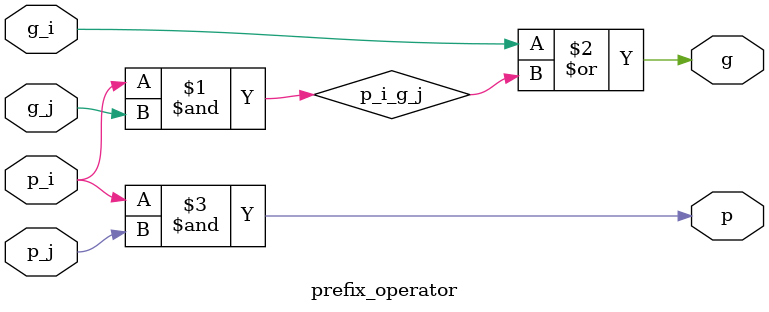
<source format=v>
module prefix_operator (
    input g_i,
    input g_j,
    input p_i,
    input p_j,
    output wire g,
    output wire p
);

  wire p_i_g_j;

  and (p_i_g_j, p_i, g_j);

  or (g, g_i, p_i_g_j);
  and (p, p_i, p_j);

endmodule

</source>
